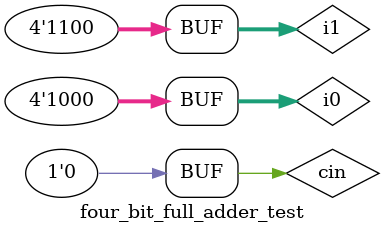
<source format=v>
`timescale 1ns / 1ps


module four_bit_full_adder_test();
    reg [3:0] i0;
    reg [3:0] i1;
    reg cin;
    
    wire cout;
    wire [3:0] sum;
    
    four_bit_full_adder uut(.i0(i0), .i1(i1), .cin(cin), .sum(sum), .carry(cout));
    
    initial begin
        i0 = 4'b1000; i1 = 4'b0001; cin = 0; #125;
        i0 = 4'b0010; i1 = 4'b0111; cin = 0; #125;
        i0 = 4'b0100; i1 = 4'b0101; cin = 0; #125;
        i0 = 4'b1011; i1 = 4'b1010; cin = 0; #125;
        i0 = 4'b1110; i1 = 4'b0101; cin = 0; #125;
        i0 = 4'b1111; i1 = 4'b1001; cin = 0; #125;
        i0 = 4'b0110; i1 = 4'b0011; cin = 0; #125;
        i0 = 4'b1000; i1 = 4'b1100; cin = 0; #125;
    end
    
endmodule

</source>
